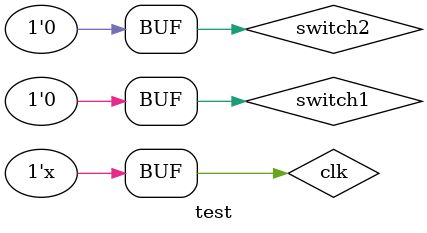
<source format=v>
`timescale 1ns / 1ps


module test;

	// Inputs
	reg clk;
	reg switch1;
	reg switch2;

	// Outputs
	wire Hsync;
	wire Vsync;
	wire [2:0] red;
	wire [2:0] green;
	wire [1:0] blue;

	// Instantiate the Unit Under Test (UUT)
	VGA_Controller2 uut (
		.clk(clk), 
		.switch1(switch1), 
		.switch2(switch2), 
		.Hsync(Hsync), 
		.Vsync(Vsync), 
		.red(red), 
		.green(green), 
		.blue(blue)
	);

	initial begin
		// Initialize Inputs
		clk = 0;
		switch1 = 0;
		switch2 = 0;

		// Wait 100 ns for global reset to finish
		#100;
        
		// Add stimulus here

	end
   always #10 clk = ~clk;
endmodule


</source>
